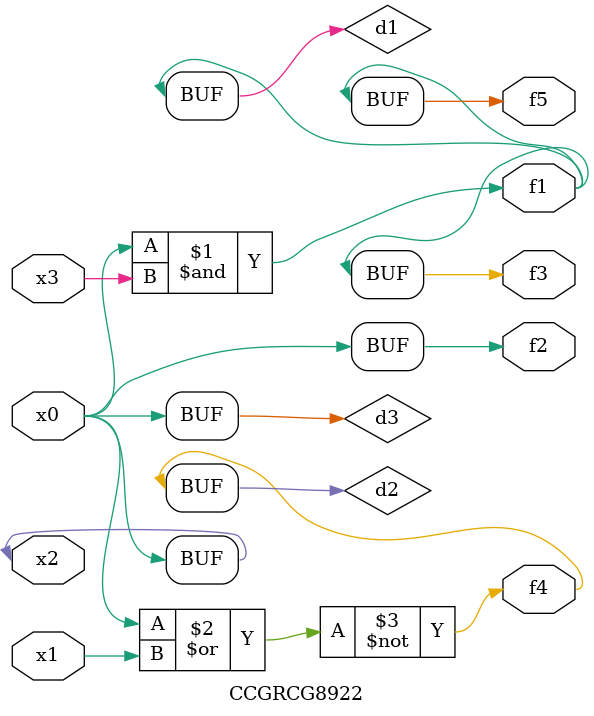
<source format=v>
module CCGRCG8922(
	input x0, x1, x2, x3,
	output f1, f2, f3, f4, f5
);

	wire d1, d2, d3;

	and (d1, x2, x3);
	nor (d2, x0, x1);
	buf (d3, x0, x2);
	assign f1 = d1;
	assign f2 = d3;
	assign f3 = d1;
	assign f4 = d2;
	assign f5 = d1;
endmodule

</source>
